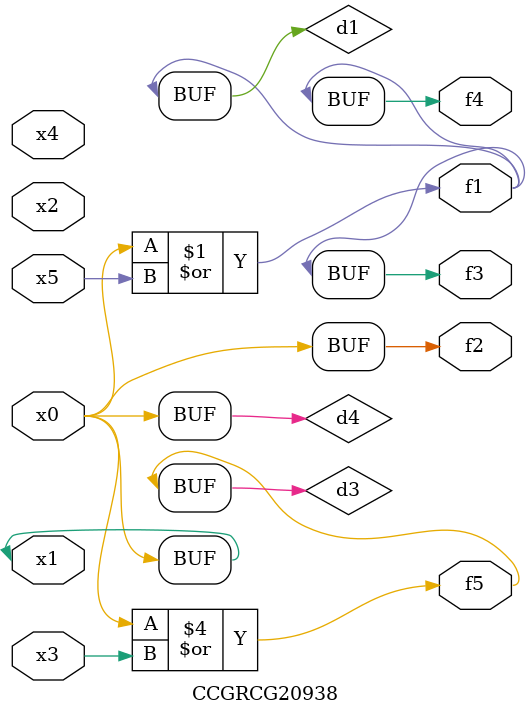
<source format=v>
module CCGRCG20938(
	input x0, x1, x2, x3, x4, x5,
	output f1, f2, f3, f4, f5
);

	wire d1, d2, d3, d4;

	or (d1, x0, x5);
	xnor (d2, x1, x4);
	or (d3, x0, x3);
	buf (d4, x0, x1);
	assign f1 = d1;
	assign f2 = d4;
	assign f3 = d1;
	assign f4 = d1;
	assign f5 = d3;
endmodule

</source>
